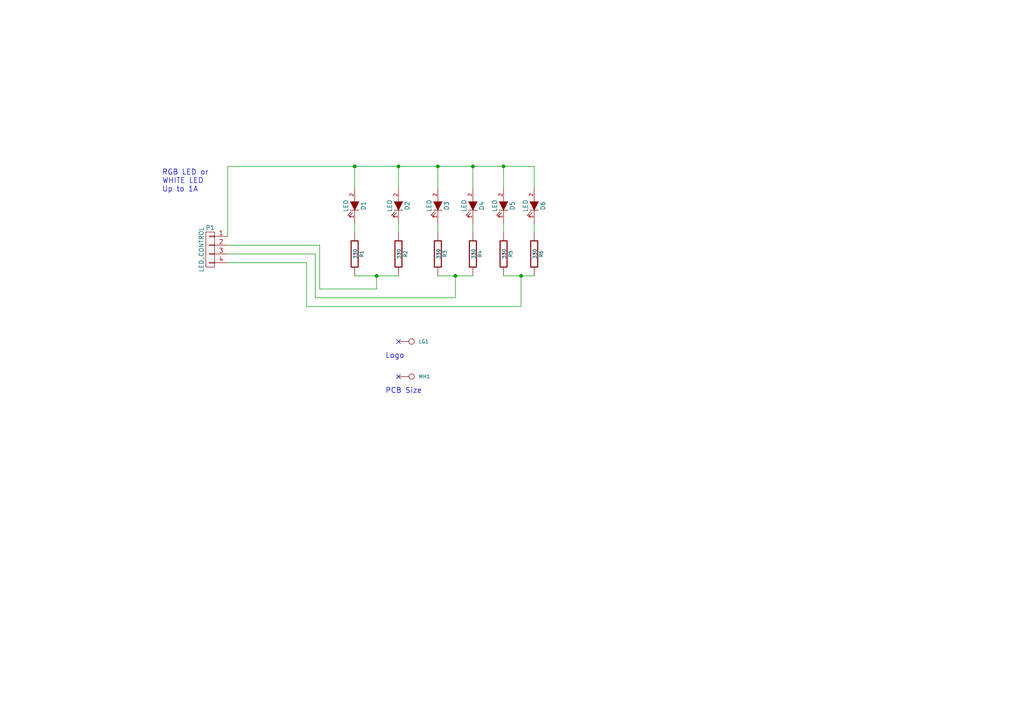
<source format=kicad_sch>
(kicad_sch (version 20230121) (generator eeschema)
  (paper "A4")
  (title_block (title "Hand Crank Projector LED Board") (date "2016-12-18") (rev "1") (company "Ben Wigley"))
  (lib_symbols
    (symbol "HandCrankProjector_LED_PCB-rescue:CONN_01X04" (pin_names (offset 1.016) hide)
      (property "Reference" "P" (at 0 6.35 0))
      (property "Value" "CONN_01X04" (at 2.54 0 90))
      (symbol "CONN_01X04_0_1"
        (rectangle (start -1.27 -3.683) (end 0.254 -3.937))
        (rectangle (start -1.27 -1.143) (end 0.254 -1.397))
        (rectangle (start -1.27 1.397) (end 0.254 1.143))
        (rectangle (start -1.27 3.937) (end 0.254 3.683))
        (rectangle (start -1.27 5.08) (end 1.27 -5.08))
      )
      (symbol "CONN_01X04_1_1"
        (pin passive line (at -5.08 3.81 0) (length 3.81) (name "P1") (number "1"))
        (pin passive line (at -5.08 1.27 0) (length 3.81) (name "P2") (number "2"))
        (pin passive line (at -5.08 -1.27 0) (length 3.81) (name "P3") (number "3"))
        (pin passive line (at -5.08 -3.81 0) (length 3.81) (name "P4") (number "4"))
      )
    )
    (symbol "HandCrankProjector_LED_PCB-rescue:CONN_1" (pin_numbers hide) (pin_names (offset 0.762) hide)
      (property "Reference" "P" (at 2.032 0 0))
      (symbol "CONN_1_0_1"
        (polyline (pts (xy -0.762 0) (xy -1.27 0)))
        (circle (center 0 0) (radius 0.7874))
      )
      (symbol "CONN_1_1_1"
        (pin passive line (at -3.81 0 0) (length 2.54) (name "1") (number "1"))
      )
    )
    (symbol "HandCrankProjector_LED_PCB-rescue:LED-RESCUE-HandCrankProjector_PCB" (pin_names (offset 1.016) hide)
      (property "Reference" "D" (at 0 2.54 0))
      (property "Value" "LED-RESCUE-HandCrankProjector_PCB" (at 0 -2.54 0))
      (symbol "LED-RESCUE-HandCrankProjector_PCB_0_1"
        (polyline (pts (xy 1.27 1.27) (xy 1.27 -1.27)))
        (polyline (pts (xy -1.27 1.27) (xy 1.27 0) (xy -1.27 -1.27)) (fill (type outline)))
        (polyline (pts (xy 1.651 -1.016) (xy 2.794 -2.032) (xy 2.667 -1.397)))
        (polyline (pts (xy 2.032 -0.635) (xy 3.175 -1.651) (xy 3.048 -1.016)))
      )
      (symbol "LED-RESCUE-HandCrankProjector_PCB_1_1"
        (pin passive line (at 5.08 0 180) (length 3.81) (name "K") (number "1"))
        (pin passive line (at -5.08 0 0) (length 3.81) (name "A") (number "2"))
      )
    )
    (symbol "HandCrankProjector_LED_PCB-rescue:R-RESCUE-HandCrankProjector_PCB" (pin_numbers hide) (pin_names (offset 0))
      (property "Reference" "R" (at 2.032 0 90))
      (property "Value" "R-RESCUE-HandCrankProjector_PCB" (at 0 0 90))
      (symbol "R-RESCUE-HandCrankProjector_PCB_0_1"
        (rectangle (start -1.016 3.81) (end 1.016 -3.81) (stroke (width 0.3048)))
      )
      (symbol "R-RESCUE-HandCrankProjector_PCB_1_1"
        (pin passive line (at 0 6.35 270) (length 2.54) (name "~") (number "1"))
        (pin passive line (at 0 -6.35 90) (length 2.54) (name "~") (number "2"))
      )
    )
  )
  (junction (at 151.13 80.01))
  (junction (at 102.87 48.26))
  (junction (at 115.57 48.26))
  (junction (at 137.16 48.26))
  (junction (at 127 48.26))
  (junction (at 146.05 48.26))
  (junction (at 132.08 80.01))
  (junction (at 109.22 80.01))
  (no_connect (at 115.57 99.06))
  (no_connect (at 115.57 109.22))
  (wire (pts (xy 154.94 48.26) (xy 154.94 54.61)))
  (wire (pts (xy 146.05 80.01) (xy 151.13 80.01)))
  (wire (pts (xy 115.57 64.77) (xy 115.57 67.31)))
  (wire (pts (xy 102.87 48.26) (xy 115.57 48.26)))
  (wire (pts (xy 127 80.01) (xy 132.08 80.01)))
  (wire (pts (xy 92.71 71.12) (xy 92.71 83.82)))
  (wire (pts (xy 66.04 71.12) (xy 92.71 71.12)))
  (wire (pts (xy 137.16 48.26) (xy 146.05 48.26)))
  (wire (pts (xy 151.13 80.01) (xy 154.94 80.01)))
  (wire (pts (xy 146.05 54.61) (xy 146.05 48.26)))
  (wire (pts (xy 102.87 54.61) (xy 102.87 48.26)))
  (wire (pts (xy 127 64.77) (xy 127 67.31)))
  (wire (pts (xy 66.04 68.58) (xy 66.04 48.26)))
  (wire (pts (xy 88.9 88.9) (xy 88.9 76.2)))
  (wire (pts (xy 91.44 73.66) (xy 66.04 73.66)))
  (wire (pts (xy 146.05 48.26) (xy 154.94 48.26)))
  (wire (pts (xy 127 48.26) (xy 137.16 48.26)))
  (wire (pts (xy 132.08 80.01) (xy 137.16 80.01)))
  (wire (pts (xy 127 54.61) (xy 127 48.26)))
  (wire (pts (xy 137.16 54.61) (xy 137.16 48.26)))
  (wire (pts (xy 115.57 48.26) (xy 127 48.26)))
  (wire (pts (xy 115.57 54.61) (xy 115.57 48.26)))
  (wire (pts (xy 154.94 64.77) (xy 154.94 67.31)))
  (wire (pts (xy 137.16 64.77) (xy 137.16 67.31)))
  (wire (pts (xy 92.71 83.82) (xy 109.22 83.82)))
  (wire (pts (xy 102.87 80.01) (xy 109.22 80.01)))
  (wire (pts (xy 102.87 64.77) (xy 102.87 67.31)))
  (wire (pts (xy 151.13 80.01) (xy 151.13 88.9)))
  (wire (pts (xy 66.04 48.26) (xy 102.87 48.26)))
  (wire (pts (xy 88.9 76.2) (xy 66.04 76.2)))
  (wire (pts (xy 91.44 86.36) (xy 91.44 73.66)))
  (wire (pts (xy 109.22 80.01) (xy 115.57 80.01)))
  (wire (pts (xy 132.08 86.36) (xy 91.44 86.36)))
  (wire (pts (xy 109.22 83.82) (xy 109.22 80.01)))
  (wire (pts (xy 146.05 64.77) (xy 146.05 67.31)))
  (wire (pts (xy 132.08 80.01) (xy 132.08 86.36)))
  (wire (pts (xy 151.13 88.9) (xy 88.9 88.9)))
  (text "PCB Size" (at 111.76 114.3 0) (effects (font (size 1.524 1.524)) (justify left bottom)))
  (text "RGB LED or \nWHITE LED\nUp to 1A" (at 46.99 55.88 0) (effects (font (size 1.524 1.524)) (justify left bottom)))
  (text "Logo" (at 111.76 104.14 0) (effects (font (size 1.524 1.524)) (justify left bottom)))
  (symbol (lib_id "HandCrankProjector_LED_PCB-rescue:CONN_1") (at 119.38 109.22 0) (unit 1)
    (property "Reference" "MH1" (at 121.412 109.22 0) (effects (font (size 1.016 1.016)) (justify left)))
    (property "Value" "CONN_1" (effects hide))
    (property "Footprint" "REInnovationFootprint:PCB_50x50mm" (effects hide))
  )
  (symbol (lib_id "HandCrankProjector_LED_PCB-rescue:R-RESCUE-HandCrankProjector_PCB") (at 102.87 73.66 0) (unit 1)
    (property "Reference" "R1" (at 104.902 73.66 90) (effects (font (size 1.016 1.016))))
    (property "Value" "330" (at 103.0478 73.6346 90) (effects (font (size 1.016 1.016))))
    (property "Footprint" "REInnovationFootprint:TH_Resistor_1" (effects hide))
    (property "Datasheet" "~" (at 102.87 73.66 0) (effects (font (size 0.762 0.762))))
    (property "Description" "Value" (effects hide))
    (property "Notes" "Value" (effects hide))
    (property "Manufacturer" "Value" (effects hide))
    (property "Manufacturer Part No" "Value" (effects hide))
    (property "Supplier 1" "Value" (effects hide))
    (property "Supplier 1 Part No" "Value" (effects hide))
    (property "Supplier 2" "Value" (effects hide))
    (property "Supplier 2 Part No" "Value" (effects hide))
  )
  (symbol (lib_id "HandCrankProjector_LED_PCB-rescue:LED-RESCUE-HandCrankProjector_PCB") (at 102.87 59.69 270) (unit 1)
    (property "Reference" "D1" (at 105.41 59.69 0))
    (property "Value" "LED" (at 100.33 59.69 0))
    (property "Footprint" "REInnovationFootprint:TH_LED-5MM_larg_pad" (effects hide))
    (property "Description" "Value" (effects hide))
    (property "Notes" "Value" (effects hide))
    (property "Manufacturer" "Value" (effects hide))
    (property "Manufacturer Part No" "Value" (effects hide))
    (property "Supplier 1" "Value" (effects hide))
    (property "Supplier 1 Part No" "Value" (effects hide))
    (property "Supplier 2" "Value" (effects hide))
    (property "Supplier 2 Part No" "Value" (effects hide))
  )
  (symbol (lib_id "HandCrankProjector_LED_PCB-rescue:CONN_01X04") (at 60.96 72.39 0) (mirror y) (unit 1)
    (property "Reference" "P1" (at 60.96 66.04 0))
    (property "Value" "LED_CONTROL" (at 58.42 72.39 90))
    (property "Footprint" "REInnovationFootprint:SIL-4_Grove_SCREW" (effects hide))
  )
  (symbol (lib_id "HandCrankProjector_LED_PCB-rescue:CONN_1") (at 119.38 99.06 0) (unit 1)
    (property "Reference" "LG1" (at 121.412 99.06 0) (effects (font (size 1.016 1.016)) (justify left)))
    (property "Value" "CONN_1" (effects hide))
    (property "Footprint" "matts_components:reinnovation_logo_15mm" (effects hide))
  )
  (symbol (lib_id "HandCrankProjector_LED_PCB-rescue:R-RESCUE-HandCrankProjector_PCB") (at 115.57 73.66 0) (unit 1)
    (property "Reference" "R2" (at 117.602 73.66 90) (effects (font (size 1.016 1.016))))
    (property "Value" "330" (at 115.7478 73.6346 90) (effects (font (size 1.016 1.016))))
    (property "Footprint" "REInnovationFootprint:TH_Resistor_1" (effects hide))
    (property "Datasheet" "~" (at 115.57 73.66 0) (effects (font (size 0.762 0.762))))
    (property "Description" "Value" (effects hide))
    (property "Notes" "Value" (effects hide))
    (property "Manufacturer" "Value" (effects hide))
    (property "Manufacturer Part No" "Value" (effects hide))
    (property "Supplier 1" "Value" (effects hide))
    (property "Supplier 1 Part No" "Value" (effects hide))
    (property "Supplier 2" "Value" (effects hide))
    (property "Supplier 2 Part No" "Value" (effects hide))
  )
  (symbol (lib_id "HandCrankProjector_LED_PCB-rescue:R-RESCUE-HandCrankProjector_PCB") (at 127 73.66 0) (unit 1)
    (property "Reference" "R3" (at 129.032 73.66 90) (effects (font (size 1.016 1.016))))
    (property "Value" "330" (at 127.1778 73.6346 90) (effects (font (size 1.016 1.016))))
    (property "Footprint" "REInnovationFootprint:TH_Resistor_1" (effects hide))
    (property "Datasheet" "~" (at 127 73.66 0) (effects (font (size 0.762 0.762))))
    (property "Description" "Value" (effects hide))
    (property "Notes" "Value" (effects hide))
    (property "Manufacturer" "Value" (effects hide))
    (property "Manufacturer Part No" "Value" (effects hide))
    (property "Supplier 1" "Value" (effects hide))
    (property "Supplier 1 Part No" "Value" (effects hide))
    (property "Supplier 2" "Value" (effects hide))
    (property "Supplier 2 Part No" "Value" (effects hide))
  )
  (symbol (lib_id "HandCrankProjector_LED_PCB-rescue:R-RESCUE-HandCrankProjector_PCB") (at 137.16 73.66 0) (unit 1)
    (property "Reference" "R4" (at 139.192 73.66 90) (effects (font (size 1.016 1.016))))
    (property "Value" "330" (at 137.3378 73.6346 90) (effects (font (size 1.016 1.016))))
    (property "Footprint" "REInnovationFootprint:TH_Resistor_1" (effects hide))
    (property "Datasheet" "~" (at 137.16 73.66 0) (effects (font (size 0.762 0.762))))
    (property "Description" "Value" (effects hide))
    (property "Notes" "Value" (effects hide))
    (property "Manufacturer" "Value" (effects hide))
    (property "Manufacturer Part No" "Value" (effects hide))
    (property "Supplier 1" "Value" (effects hide))
    (property "Supplier 1 Part No" "Value" (effects hide))
    (property "Supplier 2" "Value" (effects hide))
    (property "Supplier 2 Part No" "Value" (effects hide))
  )
  (symbol (lib_id "HandCrankProjector_LED_PCB-rescue:R-RESCUE-HandCrankProjector_PCB") (at 146.05 73.66 0) (unit 1)
    (property "Reference" "R5" (at 148.082 73.66 90) (effects (font (size 1.016 1.016))))
    (property "Value" "330" (at 146.2278 73.6346 90) (effects (font (size 1.016 1.016))))
    (property "Footprint" "REInnovationFootprint:TH_Resistor_1" (effects hide))
    (property "Datasheet" "~" (at 146.05 73.66 0) (effects (font (size 0.762 0.762))))
    (property "Description" "Value" (effects hide))
    (property "Notes" "Value" (effects hide))
    (property "Manufacturer" "Value" (effects hide))
    (property "Manufacturer Part No" "Value" (effects hide))
    (property "Supplier 1" "Value" (effects hide))
    (property "Supplier 1 Part No" "Value" (effects hide))
    (property "Supplier 2" "Value" (effects hide))
    (property "Supplier 2 Part No" "Value" (effects hide))
  )
  (symbol (lib_id "HandCrankProjector_LED_PCB-rescue:R-RESCUE-HandCrankProjector_PCB") (at 154.94 73.66 0) (unit 1)
    (property "Reference" "R6" (at 156.972 73.66 90) (effects (font (size 1.016 1.016))))
    (property "Value" "330" (at 155.1178 73.6346 90) (effects (font (size 1.016 1.016))))
    (property "Footprint" "REInnovationFootprint:TH_Resistor_1" (effects hide))
    (property "Datasheet" "~" (at 154.94 73.66 0) (effects (font (size 0.762 0.762))))
    (property "Description" "Value" (effects hide))
    (property "Notes" "Value" (effects hide))
    (property "Manufacturer" "Value" (effects hide))
    (property "Manufacturer Part No" "Value" (effects hide))
    (property "Supplier 1" "Value" (effects hide))
    (property "Supplier 1 Part No" "Value" (effects hide))
    (property "Supplier 2" "Value" (effects hide))
    (property "Supplier 2 Part No" "Value" (effects hide))
  )
  (symbol (lib_id "HandCrankProjector_LED_PCB-rescue:LED-RESCUE-HandCrankProjector_PCB") (at 115.57 59.69 270) (unit 1)
    (property "Reference" "D2" (at 118.11 59.69 0))
    (property "Value" "LED" (at 113.03 59.69 0))
    (property "Footprint" "REInnovationFootprint:TH_LED-5MM_larg_pad" (effects hide))
    (property "Description" "Value" (effects hide))
    (property "Notes" "Value" (effects hide))
    (property "Manufacturer" "Value" (effects hide))
    (property "Manufacturer Part No" "Value" (effects hide))
    (property "Supplier 1" "Value" (effects hide))
    (property "Supplier 1 Part No" "Value" (effects hide))
    (property "Supplier 2" "Value" (effects hide))
    (property "Supplier 2 Part No" "Value" (effects hide))
  )
  (symbol (lib_id "HandCrankProjector_LED_PCB-rescue:LED-RESCUE-HandCrankProjector_PCB") (at 127 59.69 270) (unit 1)
    (property "Reference" "D3" (at 129.54 59.69 0))
    (property "Value" "LED" (at 124.46 59.69 0))
    (property "Footprint" "REInnovationFootprint:TH_LED-5MM_larg_pad" (effects hide))
    (property "Description" "Value" (effects hide))
    (property "Notes" "Value" (effects hide))
    (property "Manufacturer" "Value" (effects hide))
    (property "Manufacturer Part No" "Value" (effects hide))
    (property "Supplier 1" "Value" (effects hide))
    (property "Supplier 1 Part No" "Value" (effects hide))
    (property "Supplier 2" "Value" (effects hide))
    (property "Supplier 2 Part No" "Value" (effects hide))
  )
  (symbol (lib_id "HandCrankProjector_LED_PCB-rescue:LED-RESCUE-HandCrankProjector_PCB") (at 137.16 59.69 270) (unit 1)
    (property "Reference" "D4" (at 139.7 59.69 0))
    (property "Value" "LED" (at 134.62 59.69 0))
    (property "Footprint" "REInnovationFootprint:TH_LED-5MM_larg_pad" (effects hide))
    (property "Description" "Value" (effects hide))
    (property "Notes" "Value" (effects hide))
    (property "Manufacturer" "Value" (effects hide))
    (property "Manufacturer Part No" "Value" (effects hide))
    (property "Supplier 1" "Value" (effects hide))
    (property "Supplier 1 Part No" "Value" (effects hide))
    (property "Supplier 2" "Value" (effects hide))
    (property "Supplier 2 Part No" "Value" (effects hide))
  )
  (symbol (lib_id "HandCrankProjector_LED_PCB-rescue:LED-RESCUE-HandCrankProjector_PCB") (at 146.05 59.69 270) (unit 1)
    (property "Reference" "D5" (at 148.59 59.69 0))
    (property "Value" "LED" (at 143.51 59.69 0))
    (property "Footprint" "REInnovationFootprint:TH_LED-5MM_larg_pad" (effects hide))
    (property "Description" "Value" (effects hide))
    (property "Notes" "Value" (effects hide))
    (property "Manufacturer" "Value" (effects hide))
    (property "Manufacturer Part No" "Value" (effects hide))
    (property "Supplier 1" "Value" (effects hide))
    (property "Supplier 1 Part No" "Value" (effects hide))
    (property "Supplier 2" "Value" (effects hide))
    (property "Supplier 2 Part No" "Value" (effects hide))
  )
  (symbol (lib_id "HandCrankProjector_LED_PCB-rescue:LED-RESCUE-HandCrankProjector_PCB") (at 154.94 59.69 270) (unit 1)
    (property "Reference" "D6" (at 157.48 59.69 0))
    (property "Value" "LED" (at 152.4 59.69 0))
    (property "Footprint" "REInnovationFootprint:TH_LED-5MM_larg_pad" (effects hide))
    (property "Description" "Value" (effects hide))
    (property "Notes" "Value" (effects hide))
    (property "Manufacturer" "Value" (effects hide))
    (property "Manufacturer Part No" "Value" (effects hide))
    (property "Supplier 1" "Value" (effects hide))
    (property "Supplier 1 Part No" "Value" (effects hide))
    (property "Supplier 2" "Value" (effects hide))
    (property "Supplier 2 Part No" "Value" (effects hide))
  )
)
</source>
